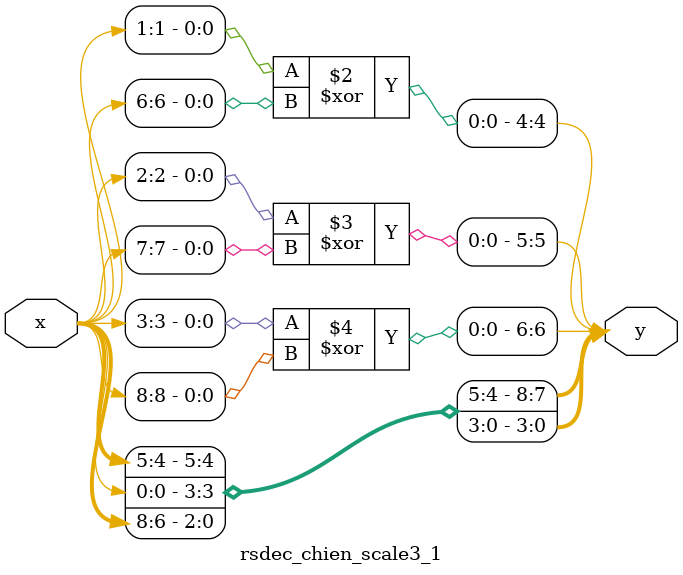
<source format=v>
module rsdec_chien_scale3_1 (y, x);
	input [8:0] x;
	output [8:0] y;
	reg [8:0] y;
	always @ (x)
	begin
		y[0] = x[6];
		y[1] = x[7];
		y[2] = x[8];
		y[3] = x[0];
		y[4] = x[1] ^ x[6];
		y[5] = x[2] ^ x[7];
		y[6] = x[3] ^ x[8];
		y[7] = x[4];
		y[8] = x[5];
	end
endmodule
</source>
